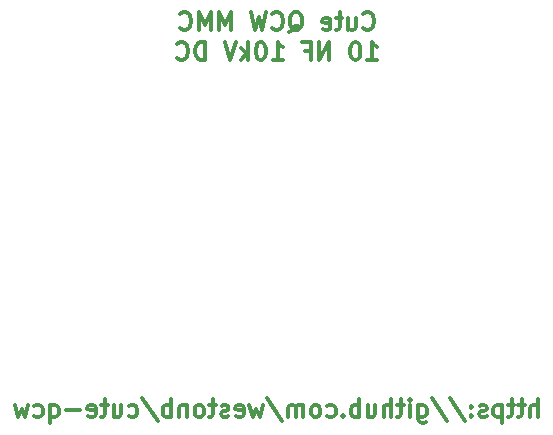
<source format=gbr>
G04 #@! TF.GenerationSoftware,KiCad,Pcbnew,5.0.2-bee76a0~70~ubuntu18.04.1*
G04 #@! TF.CreationDate,2019-01-25T00:18:25-08:00*
G04 #@! TF.ProjectId,mmc,6d6d632e-6b69-4636-9164-5f7063625858,rev?*
G04 #@! TF.SameCoordinates,Original*
G04 #@! TF.FileFunction,Legend,Bot*
G04 #@! TF.FilePolarity,Positive*
%FSLAX46Y46*%
G04 Gerber Fmt 4.6, Leading zero omitted, Abs format (unit mm)*
G04 Created by KiCad (PCBNEW 5.0.2-bee76a0~70~ubuntu18.04.1) date Fri 25 Jan 2019 12:18:25 AM PST*
%MOMM*%
%LPD*%
G01*
G04 APERTURE LIST*
%ADD10C,0.300000*%
G04 APERTURE END LIST*
D10*
X107285714Y-93510714D02*
X107357142Y-93582142D01*
X107571428Y-93653571D01*
X107714285Y-93653571D01*
X107928571Y-93582142D01*
X108071428Y-93439285D01*
X108142857Y-93296428D01*
X108214285Y-93010714D01*
X108214285Y-92796428D01*
X108142857Y-92510714D01*
X108071428Y-92367857D01*
X107928571Y-92225000D01*
X107714285Y-92153571D01*
X107571428Y-92153571D01*
X107357142Y-92225000D01*
X107285714Y-92296428D01*
X106000000Y-92653571D02*
X106000000Y-93653571D01*
X106642857Y-92653571D02*
X106642857Y-93439285D01*
X106571428Y-93582142D01*
X106428571Y-93653571D01*
X106214285Y-93653571D01*
X106071428Y-93582142D01*
X106000000Y-93510714D01*
X105500000Y-92653571D02*
X104928571Y-92653571D01*
X105285714Y-92153571D02*
X105285714Y-93439285D01*
X105214285Y-93582142D01*
X105071428Y-93653571D01*
X104928571Y-93653571D01*
X103857142Y-93582142D02*
X104000000Y-93653571D01*
X104285714Y-93653571D01*
X104428571Y-93582142D01*
X104500000Y-93439285D01*
X104500000Y-92867857D01*
X104428571Y-92725000D01*
X104285714Y-92653571D01*
X104000000Y-92653571D01*
X103857142Y-92725000D01*
X103785714Y-92867857D01*
X103785714Y-93010714D01*
X104500000Y-93153571D01*
X101000000Y-93796428D02*
X101142857Y-93725000D01*
X101285714Y-93582142D01*
X101500000Y-93367857D01*
X101642857Y-93296428D01*
X101785714Y-93296428D01*
X101714285Y-93653571D02*
X101857142Y-93582142D01*
X102000000Y-93439285D01*
X102071428Y-93153571D01*
X102071428Y-92653571D01*
X102000000Y-92367857D01*
X101857142Y-92225000D01*
X101714285Y-92153571D01*
X101428571Y-92153571D01*
X101285714Y-92225000D01*
X101142857Y-92367857D01*
X101071428Y-92653571D01*
X101071428Y-93153571D01*
X101142857Y-93439285D01*
X101285714Y-93582142D01*
X101428571Y-93653571D01*
X101714285Y-93653571D01*
X99571428Y-93510714D02*
X99642857Y-93582142D01*
X99857142Y-93653571D01*
X100000000Y-93653571D01*
X100214285Y-93582142D01*
X100357142Y-93439285D01*
X100428571Y-93296428D01*
X100500000Y-93010714D01*
X100500000Y-92796428D01*
X100428571Y-92510714D01*
X100357142Y-92367857D01*
X100214285Y-92225000D01*
X100000000Y-92153571D01*
X99857142Y-92153571D01*
X99642857Y-92225000D01*
X99571428Y-92296428D01*
X99071428Y-92153571D02*
X98714285Y-93653571D01*
X98428571Y-92582142D01*
X98142857Y-93653571D01*
X97785714Y-92153571D01*
X96071428Y-93653571D02*
X96071428Y-92153571D01*
X95571428Y-93225000D01*
X95071428Y-92153571D01*
X95071428Y-93653571D01*
X94357142Y-93653571D02*
X94357142Y-92153571D01*
X93857142Y-93225000D01*
X93357142Y-92153571D01*
X93357142Y-93653571D01*
X91785714Y-93510714D02*
X91857142Y-93582142D01*
X92071428Y-93653571D01*
X92214285Y-93653571D01*
X92428571Y-93582142D01*
X92571428Y-93439285D01*
X92642857Y-93296428D01*
X92714285Y-93010714D01*
X92714285Y-92796428D01*
X92642857Y-92510714D01*
X92571428Y-92367857D01*
X92428571Y-92225000D01*
X92214285Y-92153571D01*
X92071428Y-92153571D01*
X91857142Y-92225000D01*
X91785714Y-92296428D01*
X107607142Y-96203571D02*
X108464285Y-96203571D01*
X108035714Y-96203571D02*
X108035714Y-94703571D01*
X108178571Y-94917857D01*
X108321428Y-95060714D01*
X108464285Y-95132142D01*
X106678571Y-94703571D02*
X106535714Y-94703571D01*
X106392857Y-94775000D01*
X106321428Y-94846428D01*
X106250000Y-94989285D01*
X106178571Y-95275000D01*
X106178571Y-95632142D01*
X106250000Y-95917857D01*
X106321428Y-96060714D01*
X106392857Y-96132142D01*
X106535714Y-96203571D01*
X106678571Y-96203571D01*
X106821428Y-96132142D01*
X106892857Y-96060714D01*
X106964285Y-95917857D01*
X107035714Y-95632142D01*
X107035714Y-95275000D01*
X106964285Y-94989285D01*
X106892857Y-94846428D01*
X106821428Y-94775000D01*
X106678571Y-94703571D01*
X104392857Y-96203571D02*
X104392857Y-94703571D01*
X103535714Y-96203571D01*
X103535714Y-94703571D01*
X102321428Y-95417857D02*
X102821428Y-95417857D01*
X102821428Y-96203571D02*
X102821428Y-94703571D01*
X102107142Y-94703571D01*
X99607142Y-96203571D02*
X100464285Y-96203571D01*
X100035714Y-96203571D02*
X100035714Y-94703571D01*
X100178571Y-94917857D01*
X100321428Y-95060714D01*
X100464285Y-95132142D01*
X98678571Y-94703571D02*
X98535714Y-94703571D01*
X98392857Y-94775000D01*
X98321428Y-94846428D01*
X98250000Y-94989285D01*
X98178571Y-95275000D01*
X98178571Y-95632142D01*
X98250000Y-95917857D01*
X98321428Y-96060714D01*
X98392857Y-96132142D01*
X98535714Y-96203571D01*
X98678571Y-96203571D01*
X98821428Y-96132142D01*
X98892857Y-96060714D01*
X98964285Y-95917857D01*
X99035714Y-95632142D01*
X99035714Y-95275000D01*
X98964285Y-94989285D01*
X98892857Y-94846428D01*
X98821428Y-94775000D01*
X98678571Y-94703571D01*
X97535714Y-96203571D02*
X97535714Y-94703571D01*
X97392857Y-95632142D02*
X96964285Y-96203571D01*
X96964285Y-95203571D02*
X97535714Y-95775000D01*
X96535714Y-94703571D02*
X96035714Y-96203571D01*
X95535714Y-94703571D01*
X93892857Y-96203571D02*
X93892857Y-94703571D01*
X93535714Y-94703571D01*
X93321428Y-94775000D01*
X93178571Y-94917857D01*
X93107142Y-95060714D01*
X93035714Y-95346428D01*
X93035714Y-95560714D01*
X93107142Y-95846428D01*
X93178571Y-95989285D01*
X93321428Y-96132142D01*
X93535714Y-96203571D01*
X93892857Y-96203571D01*
X91535714Y-96060714D02*
X91607142Y-96132142D01*
X91821428Y-96203571D01*
X91964285Y-96203571D01*
X92178571Y-96132142D01*
X92321428Y-95989285D01*
X92392857Y-95846428D01*
X92464285Y-95560714D01*
X92464285Y-95346428D01*
X92392857Y-95060714D01*
X92321428Y-94917857D01*
X92178571Y-94775000D01*
X91964285Y-94703571D01*
X91821428Y-94703571D01*
X91607142Y-94775000D01*
X91535714Y-94846428D01*
X122071428Y-126428571D02*
X122071428Y-124928571D01*
X121428571Y-126428571D02*
X121428571Y-125642857D01*
X121500000Y-125500000D01*
X121642857Y-125428571D01*
X121857142Y-125428571D01*
X122000000Y-125500000D01*
X122071428Y-125571428D01*
X120928571Y-125428571D02*
X120357142Y-125428571D01*
X120714285Y-124928571D02*
X120714285Y-126214285D01*
X120642857Y-126357142D01*
X120500000Y-126428571D01*
X120357142Y-126428571D01*
X120071428Y-125428571D02*
X119500000Y-125428571D01*
X119857142Y-124928571D02*
X119857142Y-126214285D01*
X119785714Y-126357142D01*
X119642857Y-126428571D01*
X119500000Y-126428571D01*
X119000000Y-125428571D02*
X119000000Y-126928571D01*
X119000000Y-125500000D02*
X118857142Y-125428571D01*
X118571428Y-125428571D01*
X118428571Y-125500000D01*
X118357142Y-125571428D01*
X118285714Y-125714285D01*
X118285714Y-126142857D01*
X118357142Y-126285714D01*
X118428571Y-126357142D01*
X118571428Y-126428571D01*
X118857142Y-126428571D01*
X119000000Y-126357142D01*
X117714285Y-126357142D02*
X117571428Y-126428571D01*
X117285714Y-126428571D01*
X117142857Y-126357142D01*
X117071428Y-126214285D01*
X117071428Y-126142857D01*
X117142857Y-126000000D01*
X117285714Y-125928571D01*
X117500000Y-125928571D01*
X117642857Y-125857142D01*
X117714285Y-125714285D01*
X117714285Y-125642857D01*
X117642857Y-125500000D01*
X117500000Y-125428571D01*
X117285714Y-125428571D01*
X117142857Y-125500000D01*
X116428571Y-126285714D02*
X116357142Y-126357142D01*
X116428571Y-126428571D01*
X116500000Y-126357142D01*
X116428571Y-126285714D01*
X116428571Y-126428571D01*
X116428571Y-125500000D02*
X116357142Y-125571428D01*
X116428571Y-125642857D01*
X116500000Y-125571428D01*
X116428571Y-125500000D01*
X116428571Y-125642857D01*
X114642857Y-124857142D02*
X115928571Y-126785714D01*
X113071428Y-124857142D02*
X114357142Y-126785714D01*
X111928571Y-125428571D02*
X111928571Y-126642857D01*
X112000000Y-126785714D01*
X112071428Y-126857142D01*
X112214285Y-126928571D01*
X112428571Y-126928571D01*
X112571428Y-126857142D01*
X111928571Y-126357142D02*
X112071428Y-126428571D01*
X112357142Y-126428571D01*
X112500000Y-126357142D01*
X112571428Y-126285714D01*
X112642857Y-126142857D01*
X112642857Y-125714285D01*
X112571428Y-125571428D01*
X112500000Y-125500000D01*
X112357142Y-125428571D01*
X112071428Y-125428571D01*
X111928571Y-125500000D01*
X111214285Y-126428571D02*
X111214285Y-125428571D01*
X111214285Y-124928571D02*
X111285714Y-125000000D01*
X111214285Y-125071428D01*
X111142857Y-125000000D01*
X111214285Y-124928571D01*
X111214285Y-125071428D01*
X110714285Y-125428571D02*
X110142857Y-125428571D01*
X110499999Y-124928571D02*
X110499999Y-126214285D01*
X110428571Y-126357142D01*
X110285714Y-126428571D01*
X110142857Y-126428571D01*
X109642857Y-126428571D02*
X109642857Y-124928571D01*
X108999999Y-126428571D02*
X108999999Y-125642857D01*
X109071428Y-125500000D01*
X109214285Y-125428571D01*
X109428571Y-125428571D01*
X109571428Y-125500000D01*
X109642857Y-125571428D01*
X107642857Y-125428571D02*
X107642857Y-126428571D01*
X108285714Y-125428571D02*
X108285714Y-126214285D01*
X108214285Y-126357142D01*
X108071428Y-126428571D01*
X107857142Y-126428571D01*
X107714285Y-126357142D01*
X107642857Y-126285714D01*
X106928571Y-126428571D02*
X106928571Y-124928571D01*
X106928571Y-125500000D02*
X106785714Y-125428571D01*
X106499999Y-125428571D01*
X106357142Y-125500000D01*
X106285714Y-125571428D01*
X106214285Y-125714285D01*
X106214285Y-126142857D01*
X106285714Y-126285714D01*
X106357142Y-126357142D01*
X106499999Y-126428571D01*
X106785714Y-126428571D01*
X106928571Y-126357142D01*
X105571428Y-126285714D02*
X105499999Y-126357142D01*
X105571428Y-126428571D01*
X105642857Y-126357142D01*
X105571428Y-126285714D01*
X105571428Y-126428571D01*
X104214285Y-126357142D02*
X104357142Y-126428571D01*
X104642857Y-126428571D01*
X104785714Y-126357142D01*
X104857142Y-126285714D01*
X104928571Y-126142857D01*
X104928571Y-125714285D01*
X104857142Y-125571428D01*
X104785714Y-125500000D01*
X104642857Y-125428571D01*
X104357142Y-125428571D01*
X104214285Y-125500000D01*
X103357142Y-126428571D02*
X103499999Y-126357142D01*
X103571428Y-126285714D01*
X103642857Y-126142857D01*
X103642857Y-125714285D01*
X103571428Y-125571428D01*
X103499999Y-125500000D01*
X103357142Y-125428571D01*
X103142857Y-125428571D01*
X102999999Y-125500000D01*
X102928571Y-125571428D01*
X102857142Y-125714285D01*
X102857142Y-126142857D01*
X102928571Y-126285714D01*
X102999999Y-126357142D01*
X103142857Y-126428571D01*
X103357142Y-126428571D01*
X102214285Y-126428571D02*
X102214285Y-125428571D01*
X102214285Y-125571428D02*
X102142857Y-125500000D01*
X101999999Y-125428571D01*
X101785714Y-125428571D01*
X101642857Y-125500000D01*
X101571428Y-125642857D01*
X101571428Y-126428571D01*
X101571428Y-125642857D02*
X101499999Y-125500000D01*
X101357142Y-125428571D01*
X101142857Y-125428571D01*
X100999999Y-125500000D01*
X100928571Y-125642857D01*
X100928571Y-126428571D01*
X99142857Y-124857142D02*
X100428571Y-126785714D01*
X98785714Y-125428571D02*
X98499999Y-126428571D01*
X98214285Y-125714285D01*
X97928571Y-126428571D01*
X97642857Y-125428571D01*
X96499999Y-126357142D02*
X96642857Y-126428571D01*
X96928571Y-126428571D01*
X97071428Y-126357142D01*
X97142857Y-126214285D01*
X97142857Y-125642857D01*
X97071428Y-125500000D01*
X96928571Y-125428571D01*
X96642857Y-125428571D01*
X96499999Y-125500000D01*
X96428571Y-125642857D01*
X96428571Y-125785714D01*
X97142857Y-125928571D01*
X95857142Y-126357142D02*
X95714285Y-126428571D01*
X95428571Y-126428571D01*
X95285714Y-126357142D01*
X95214285Y-126214285D01*
X95214285Y-126142857D01*
X95285714Y-126000000D01*
X95428571Y-125928571D01*
X95642857Y-125928571D01*
X95785714Y-125857142D01*
X95857142Y-125714285D01*
X95857142Y-125642857D01*
X95785714Y-125500000D01*
X95642857Y-125428571D01*
X95428571Y-125428571D01*
X95285714Y-125500000D01*
X94785714Y-125428571D02*
X94214285Y-125428571D01*
X94571428Y-124928571D02*
X94571428Y-126214285D01*
X94499999Y-126357142D01*
X94357142Y-126428571D01*
X94214285Y-126428571D01*
X93499999Y-126428571D02*
X93642857Y-126357142D01*
X93714285Y-126285714D01*
X93785714Y-126142857D01*
X93785714Y-125714285D01*
X93714285Y-125571428D01*
X93642857Y-125500000D01*
X93499999Y-125428571D01*
X93285714Y-125428571D01*
X93142857Y-125500000D01*
X93071428Y-125571428D01*
X92999999Y-125714285D01*
X92999999Y-126142857D01*
X93071428Y-126285714D01*
X93142857Y-126357142D01*
X93285714Y-126428571D01*
X93499999Y-126428571D01*
X92357142Y-125428571D02*
X92357142Y-126428571D01*
X92357142Y-125571428D02*
X92285714Y-125500000D01*
X92142857Y-125428571D01*
X91928571Y-125428571D01*
X91785714Y-125500000D01*
X91714285Y-125642857D01*
X91714285Y-126428571D01*
X90999999Y-126428571D02*
X90999999Y-124928571D01*
X90999999Y-125500000D02*
X90857142Y-125428571D01*
X90571428Y-125428571D01*
X90428571Y-125500000D01*
X90357142Y-125571428D01*
X90285714Y-125714285D01*
X90285714Y-126142857D01*
X90357142Y-126285714D01*
X90428571Y-126357142D01*
X90571428Y-126428571D01*
X90857142Y-126428571D01*
X90999999Y-126357142D01*
X88571428Y-124857142D02*
X89857142Y-126785714D01*
X87428571Y-126357142D02*
X87571428Y-126428571D01*
X87857142Y-126428571D01*
X87999999Y-126357142D01*
X88071428Y-126285714D01*
X88142857Y-126142857D01*
X88142857Y-125714285D01*
X88071428Y-125571428D01*
X87999999Y-125500000D01*
X87857142Y-125428571D01*
X87571428Y-125428571D01*
X87428571Y-125500000D01*
X86142857Y-125428571D02*
X86142857Y-126428571D01*
X86785714Y-125428571D02*
X86785714Y-126214285D01*
X86714285Y-126357142D01*
X86571428Y-126428571D01*
X86357142Y-126428571D01*
X86214285Y-126357142D01*
X86142857Y-126285714D01*
X85642857Y-125428571D02*
X85071428Y-125428571D01*
X85428571Y-124928571D02*
X85428571Y-126214285D01*
X85357142Y-126357142D01*
X85214285Y-126428571D01*
X85071428Y-126428571D01*
X83999999Y-126357142D02*
X84142857Y-126428571D01*
X84428571Y-126428571D01*
X84571428Y-126357142D01*
X84642857Y-126214285D01*
X84642857Y-125642857D01*
X84571428Y-125500000D01*
X84428571Y-125428571D01*
X84142857Y-125428571D01*
X83999999Y-125500000D01*
X83928571Y-125642857D01*
X83928571Y-125785714D01*
X84642857Y-125928571D01*
X83285714Y-125857142D02*
X82142857Y-125857142D01*
X80785714Y-125428571D02*
X80785714Y-126928571D01*
X80785714Y-126357142D02*
X80928571Y-126428571D01*
X81214285Y-126428571D01*
X81357142Y-126357142D01*
X81428571Y-126285714D01*
X81499999Y-126142857D01*
X81499999Y-125714285D01*
X81428571Y-125571428D01*
X81357142Y-125500000D01*
X81214285Y-125428571D01*
X80928571Y-125428571D01*
X80785714Y-125500000D01*
X79428571Y-126357142D02*
X79571428Y-126428571D01*
X79857142Y-126428571D01*
X79999999Y-126357142D01*
X80071428Y-126285714D01*
X80142857Y-126142857D01*
X80142857Y-125714285D01*
X80071428Y-125571428D01*
X79999999Y-125500000D01*
X79857142Y-125428571D01*
X79571428Y-125428571D01*
X79428571Y-125500000D01*
X78928571Y-125428571D02*
X78642857Y-126428571D01*
X78357142Y-125714285D01*
X78071428Y-126428571D01*
X77785714Y-125428571D01*
M02*

</source>
